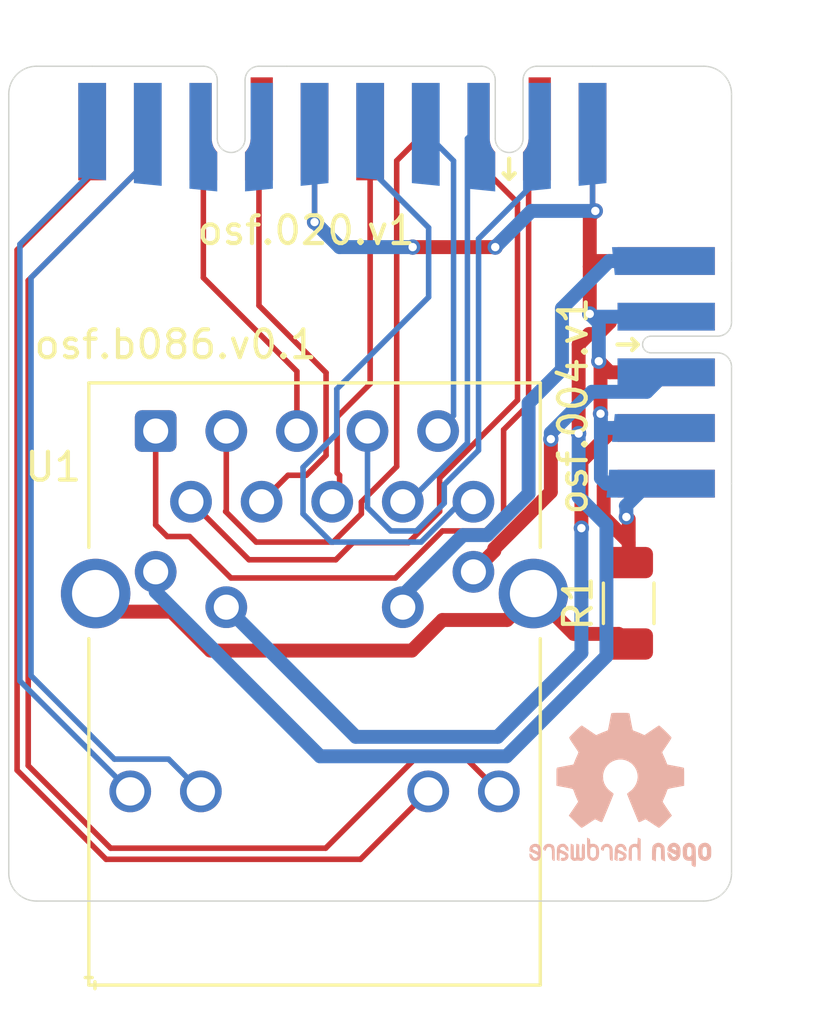
<source format=kicad_pcb>
(kicad_pcb (version 20211014) (generator pcbnew)
  (layers (0 "F.Cu" signal) (31 "B.Cu" signal) (34 "B.Paste" user) (35 "F.Paste" user) (36 "B.SilkS" user "B.Silkscreen") (37 "F.SilkS" user "F.Silkscreen") (38 "B.Mask" user) (39 "F.Mask" user) (44 "Edge.Cuts" user))
  (net 0 "")
  (net 1 "/TRD0_P")
  (net 2 "/TRD0_N")
  (net 3 "/TRD2_N")
  (net 4 "/TRD2_P")
  (net 5 "/TRD3_N")
  (net 6 "/TRD3_P")
  (net 7 "GND")
  (net 8 "/TRD1_N")
  (net 9 "/TRD1_P")
  (net 11 "Net-(J1-Pad19)")
  (net 13 "Net-(J1-Pad9)")
  (net 14 "Net-(J1-Pad8)")
  (net 15 "Net-(J1-Pad7)")
  (net 16 "Net-(J1-Pad20)")
  (net 17 "Net-(J1-Pad10)")
  (net 18 "/TR0_TAP")
  (net 19 "/TR1_TAP")
  (net 20 "/TR2_TAP")
  (net 21 "/TR3_TAP")
  (net 22 "Net-(R1-Pad1)")
  (footprint "on_edge:on_edge_2x10_device" (layer "F.Cu") (at 67 136 180)
    (fp_text reference "J1")
    (fp_text value "020_1000BASE-T_with_CT")
    (fp_line (start 7 0) (end 8 0) (layer "Edge.Cuts") (width 0.05))
    (fp_line (start -4 0) (end -2 0) (layer "Edge.Cuts") (width 0.05))
    (fp_line (start 10 0) (end 14 0) (layer "Edge.Cuts") (width 0.05))
    (fp_line (start 9.5 -0.5) (end 9.5 -2.6) (layer "Edge.Cuts") (width 0.05))
    (fp_line (start -0.5 -0.5) (end -0.5 -2.6) (layer "Edge.Cuts") (width 0.05))
    (fp_line (start 0 0) (end 7 0) (layer "Edge.Cuts") (width 0.05))
    (fp_line (start -1.5 -2.6) (end -1.5 -0.5) (layer "Edge.Cuts") (width 0.05))
    (fp_line (start 8.5 -2.6) (end 8.5 -0.5) (layer "Edge.Cuts") (width 0.05))
    (fp_arc (start -1.5 -2.6) (mid -1 -3.1) (end -0.5 -2.6) (layer "Edge.Cuts") (width 0.05))
    (fp_arc (start 8.5 -0.5) (mid 8.353553 -0.146447) (end 8 0) (layer "Edge.Cuts") (width 0.05))
    (fp_arc (start 8.5 -2.6) (mid 9 -3.1) (end 9.5 -2.6) (layer "Edge.Cuts") (width 0.05))
    (fp_arc (start -1.5 -0.5) (mid -1.646447 -0.146447) (end -2 0) (layer "Edge.Cuts") (width 0.05))
    (fp_arc (start 10 0) (mid 9.646447 -0.146447) (end 9.5 -0.5) (layer "Edge.Cuts") (width 0.05))
    (fp_arc (start 0 0) (mid -0.353553 -0.146447) (end -0.5 -0.5) (layer "Edge.Cuts") (width 0.05))
    (pad "1" smd rect locked (at -4 -2.35) (size 1 3.5) (layers "F.Cu" "F.Mask") (net 7 "GND"))
    (pad "2" smd custom locked (at -2 -3.6 180) (size 1 1) (layers "F.Cu" "F.Mask") (net 1 "/TRD0_P") (options (clearance outline) (anchor rect)) (primitives (gr_poly (pts (xy 0.3 1) (xy 0.31 0.89) (xy 0.33 0.81) (xy 0.35 0.75) (xy 0.37 0.7) (xy 0.4 0.65) (xy 0.44 0.59) (xy 0.48 0.54) (xy 0.5 0.52) (xy 0.5 -0.5) (xy -0.5 -0.5) (xy -0.5 3.2) (xy 0.3 3.2)) (width 0) (fill yes))))
    (pad "3" smd custom locked (at 0 -3.6 180) (size 1 1) (layers "F.Cu" "F.Mask") (net 2 "/TRD0_N") (options (clearance outline) (anchor rect)) (primitives (gr_poly (pts (xy -0.3 1) (xy -0.31 0.89) (xy -0.33 0.81) (xy -0.35 0.75) (xy -0.37 0.7) (xy -0.4 0.65) (xy -0.44 0.59) (xy -0.48 0.54) (xy -0.5 0.52) (xy -0.5 -0.5) (xy 0.5 -0.5) (xy 0.5 3) (xy -0.3 3)) (width 0) (fill yes))))
    (pad "4" smd rect locked (at 2 -2.35) (size 1 3.5) (layers "F.Cu" "F.Mask") (net 9 "/TRD1_P"))
    (pad "5" smd rect locked (at 4 -2.35) (size 1 3.5) (layers "F.Cu" "F.Mask") (net 8 "/TRD1_N"))
    (pad "6" smd rect locked (at 6 -2.35) (size 1 3.5) (layers "F.Cu" "F.Mask") (net 7 "GND"))
    (pad "7" smd custom locked (at 8 -3.6 180) (size 1 1) (layers "F.Cu" "F.Mask") (net 15 "Net-(J1-Pad7)") (options (clearance outline) (anchor rect)) (primitives (gr_poly (pts (xy 0.3 1) (xy 0.31 0.89) (xy 0.33 0.81) (xy 0.35 0.75) (xy 0.37 0.7) (xy 0.4 0.65) (xy 0.44 0.59) (xy 0.48 0.54) (xy 0.5 0.52) (xy 0.5 -0.5) (xy -0.5 -0.5) (xy -0.5 3.2) (xy 0.3 3.2)) (width 0) (fill yes))))
    (pad "8" smd custom locked (at 10 -3.6 180) (size 1 1) (layers "F.Cu" "F.Mask") (net 14 "Net-(J1-Pad8)") (options (clearance outline) (anchor rect)) (primitives (gr_poly (pts (xy -0.3 1) (xy -0.31 0.89) (xy -0.33 0.81) (xy -0.35 0.75) (xy -0.37 0.7) (xy -0.4 0.65) (xy -0.44 0.59) (xy -0.48 0.54) (xy -0.5 0.52) (xy -0.5 -0.5) (xy 0.5 -0.5) (xy 0.5 3) (xy -0.3 3)) (width 0) (fill yes))))
    (pad "9" smd rect locked (at 12 -2.35) (size 1 3.5) (layers "F.Cu" "F.Mask") (net 13 "Net-(J1-Pad9)"))
    (pad "10" smd rect locked (at 14 -2.35) (size 1 3.5) (layers "F.Cu" "F.Mask") (net 17 "Net-(J1-Pad10)"))
    (pad "11" smd custom locked (at -4 -2.4 180) (size 1 3.6) (layers "B.Cu" "B.Mask") (net 7 "GND") (options (clearance outline) (anchor rect)) (primitives (gr_poly (pts (xy 0.5 -1.8) (xy 0.5 -1.9) (xy -0.5 -1.8)) (width 0) (fill yes))))
    (pad "12" smd custom locked (at -2 -2.1 180) (size 0.4 0.4) (layers "B.Cu" "B.Mask") (net 4 "/TRD2_P") (options (clearance outline) (anchor rect)) (primitives (gr_poly (pts (xy 0.3 -0.51) (xy 0.31 -0.62) (xy 0.33 -0.7) (xy 0.35 -0.76) (xy 0.37 -0.81) (xy 0.4 -0.86) (xy 0.44 -0.92) (xy 0.48 -0.97) (xy 0.5 -0.99) (xy 0.5 -2.4) (xy -0.5 -2.3) (xy -0.5 1.5) (xy 0.3 1.5)) (width 0) (fill yes))))
    (pad "13" smd custom locked (at 0 -2.1 180) (size 0.4 0.4) (layers "B.Cu" "B.Mask") (net 3 "/TRD2_N") (options (clearance outline) (anchor rect)) (primitives (gr_poly (pts (xy -0.3 -0.51) (xy -0.31 -0.62) (xy -0.33 -0.7) (xy -0.35 -0.76) (xy -0.37 -0.81) (xy -0.4 -0.86) (xy -0.44 -0.92) (xy -0.48 -0.97) (xy -0.5 -0.99) (xy -0.5 -2.4) (xy 0.5 -2.3) (xy 0.5 1.5) (xy -0.3 1.5)) (width 0) (fill yes))))
    (pad "14" smd custom locked (at 2 -2.4 180) (size 1 3.6) (layers "B.Cu" "B.Mask") (net 6 "/TRD3_P") (options (clearance outline) (anchor rect)) (primitives (gr_poly (pts (xy -0.5 -1.8) (xy -0.5 -1.9) (xy 0.5 -1.8)) (width 0) (fill yes))))
    (pad "15" smd custom locked (at 4 -2.3 180) (size 1 3.4) (layers "B.Cu" "B.Mask") (net 5 "/TRD3_N") (options (clearance outline) (anchor rect)) (primitives (gr_poly (pts (xy -0.5 -1.7) (xy -0.5 -1.8) (xy 0.5 -1.7)) (width 0) (fill yes))))
    (pad "16" smd custom locked (at 6 -2.4 180) (size 1 3.6) (layers "B.Cu" "B.Mask") (net 7 "GND") (options (clearance outline) (anchor rect)) (primitives (gr_poly (pts (xy 0.5 -1.8) (xy 0.5 -1.9) (xy -0.5 -1.8)) (width 0) (fill yes))))
    (pad "17" smd custom locked (at 8 -2.1 180) (size 0.4 0.4) (layers "B.Cu" "B.Mask") (options (clearance outline) (anchor rect)) (primitives (gr_poly (pts (xy 0.3 -0.51) (xy 0.31 -0.62) (xy 0.33 -0.7) (xy 0.35 -0.76) (xy 0.37 -0.81) (xy 0.4 -0.86) (xy 0.44 -0.92) (xy 0.48 -0.97) (xy 0.5 -0.99) (xy 0.5 -2.4) (xy -0.5 -2.3) (xy -0.5 1.5) (xy 0.3 1.5)) (width 0) (fill yes))))
    (pad "18" smd custom locked (at 10 -2.1 180) (size 0.4 0.4) (layers "B.Cu" "B.Mask") (options (clearance outline) (anchor rect)) (primitives (gr_poly (pts (xy -0.3 -0.51) (xy -0.31 -0.62) (xy -0.33 -0.7) (xy -0.35 -0.76) (xy -0.37 -0.81) (xy -0.4 -0.86) (xy -0.44 -0.92) (xy -0.48 -0.97) (xy -0.5 -0.99) (xy -0.5 -2.4) (xy 0.5 -2.3) (xy 0.5 1.5) (xy -0.3 1.5)) (width 0) (fill yes))))
    (pad "19" smd custom locked (at 12 -2.4 180) (size 1 3.6) (layers "B.Cu" "B.Mask") (net 11 "Net-(J1-Pad19)") (options (clearance outline) (anchor rect)) (primitives (gr_poly (pts (xy -0.5 -1.8) (xy -0.5 -1.9) (xy 0.5 -1.8)) (width 0) (fill yes))))
    (pad "20" smd custom locked (at 14 -2.3 180) (size 1 3.4) (layers "B.Cu" "B.Mask") (net 16 "Net-(J1-Pad20)") (options (clearance outline) (anchor rect)) (primitives (gr_poly (pts (xy -0.5 -1.7) (xy -0.5 -1.8) (xy 0.5 -1.7)) (width 0) (fill yes))))
  )
  (footprint "on_edge:on_edge_2x05_host" (layer "F.Cu") (at 76 147 -90)
    (fp_text reference "J2")
    (fp_text value "004_BASE-T_CT")
    (fp_line (start -1.3 0.5) (end -1.3 2.9) (layer "Edge.Cuts") (width 0.05))
    (fp_line (start -0.7 2.9) (end -0.7 0.5) (layer "Edge.Cuts") (width 0.05))
    (fp_line (start -0.2 0) (end 4 0) (layer "Edge.Cuts") (width 0.05))
    (fp_line (start -4 0) (end -1.8 0) (layer "Edge.Cuts") (width 0.05))
    (fp_arc (start -0.7 0.5) (mid -0.553553 0.146447) (end -0.2 0) (layer "Edge.Cuts") (width 0.05))
    (fp_arc (start -0.7 2.9) (mid -1 3.2) (end -1.3 2.9) (layer "Edge.Cuts") (width 0.05))
    (fp_arc (start -1.8 0) (mid -1.446447 0.146447) (end -1.3 0.5) (layer "Edge.Cuts") (width 0.05))
    (pad "1" smd rect (at -4 2.35 270) (size 1 3.5) (layers "F.Cu" "F.Mask") (net 7 "GND"))
    (pad "2" smd rect (at -2 2.35 270) (size 1 3.5) (layers "F.Cu" "F.Mask") (net 18 "/TR0_TAP"))
    (pad "3" smd rect (at 0 2.35 270) (size 1 3.5) (layers "F.Cu" "F.Mask") (net 7 "GND"))
    (pad "4" smd rect (at 2 2.35 270) (size 1 3.5) (layers "F.Cu" "F.Mask") (net 19 "/TR1_TAP"))
    (pad "5" smd rect (at 4 2.35 270) (size 1 3.5) (layers "F.Cu" "F.Mask") (net 7 "GND"))
    (pad "6" smd custom (at -4 2.4 90) (size 1 3.6) (layers "B.Cu" "B.Mask") (net 20 "/TR2_TAP") (options (clearance outline) (anchor rect)) (primitives (gr_poly (pts (xy 0.5 -1.8) (xy -0.5 -1.8) (xy 0.5 -1.9)) (width 0) (fill yes))))
    (pad "7" smd rect (at -2 2.35 90) (size 1 3.5) (layers "B.Cu" "B.Mask") (net 7 "GND"))
    (pad "8" smd rect (at 0 2.35 90) (size 1 3.5) (layers "B.Cu" "B.Mask") (net 21 "/TR3_TAP"))
    (pad "9" smd custom (at 2 2.4 90) (size 1 3.6) (layers "B.Cu" "B.Mask") (net 7 "GND") (options (clearance outline) (anchor rect)) (primitives (gr_poly (pts (xy 0.5 -1.8) (xy -0.5 -1.8) (xy -0.5 -1.9)) (width 0) (fill yes))))
    (pad "10" smd custom (at 4 2.5 90) (size 1 3.8) (layers "B.Cu" "B.Mask") (net 7 "GND") (options (clearance outline) (anchor rect)) (primitives (gr_poly (pts (xy 0.5 -1.9) (xy -0.5 -1.9) (xy -0.5 -2)) (width 0) (fill yes))))
  )
  (footprint "parts:TRJG0926HENL" (layer "F.Cu") (at 61 158)
    (fp_text reference "U1" (at -9.4 -7.6) (layer "F.SilkS"))
    (fp_text value "MagJack-A70-112-331N126")
    (pad "" np_thru_hole circle locked (at -5.715 0) (size 3.2 3.2) (drill 3.2) (layers *.Cu *.Mask))
    (pad "" np_thru_hole circle locked (at 5.715 0) (size 3.2 3.2) (drill 3.2) (layers *.Cu *.Mask))
    (pad "1" thru_hole roundrect locked (at -5.715 -8.89) (size 1.5 1.5) (drill 0.9) (layers *.Cu *.Mask) (roundrect_rratio 0.167) (net 1 "/TRD0_P"))
    (pad "2" thru_hole circle locked (at -4.445 -6.35) (size 1.5 1.5) (drill 0.9) (layers *.Cu *.Mask) (net 2 "/TRD0_N"))
    (pad "3" thru_hole circle locked (at -3.175 -8.89) (size 1.5 1.5) (drill 0.9) (layers *.Cu *.Mask) (net 9 "/TRD1_P"))
    (pad "4" thru_hole circle locked (at -1.905 -6.35) (size 1.5 1.5) (drill 0.9) (layers *.Cu *.Mask) (net 15 "Net-(J1-Pad7)"))
    (pad "5" thru_hole circle locked (at -0.635 -8.89) (size 1.5 1.5) (drill 0.9) (layers *.Cu *.Mask) (net 14 "Net-(J1-Pad8)"))
    (pad "6" thru_hole circle locked (at 0.635 -6.35 90) (size 1.5 1.5) (drill 0.9) (layers *.Cu *.Mask) (net 8 "/TRD1_N"))
    (pad "7" thru_hole circle locked (at 1.905 -8.89) (size 1.5 1.5) (drill 0.9) (layers *.Cu *.Mask) (net 4 "/TRD2_P"))
    (pad "8" thru_hole circle locked (at 3.175 -6.35) (size 1.5 1.5) (drill 0.9) (layers *.Cu *.Mask) (net 3 "/TRD2_N"))
    (pad "9" thru_hole circle locked (at 4.445 -8.89) (size 1.5 1.5) (drill 0.9) (layers *.Cu *.Mask) (net 6 "/TRD3_P"))
    (pad "10" thru_hole circle locked (at 5.715 -6.35) (size 1.5 1.5) (drill 0.9) (layers *.Cu *.Mask) (net 5 "/TRD3_N"))
    (pad "11" thru_hole circle locked (at -5.715 -3.83) (size 1.5 1.5) (drill 0.9) (layers *.Cu *.Mask) (net 18 "/TR0_TAP"))
    (pad "12" thru_hole circle locked (at -3.175 -2.56) (size 1.5 1.5) (drill 0.9) (layers *.Cu *.Mask) (net 19 "/TR1_TAP"))
    (pad "13" thru_hole circle locked (at 3.175 -2.56) (size 1.5 1.5) (drill 0.9) (layers *.Cu *.Mask) (net 20 "/TR2_TAP"))
    (pad "14" thru_hole circle locked (at 5.715 -3.83) (size 1.5 1.5) (drill 0.9) (layers *.Cu *.Mask) (net 21 "/TR3_TAP"))
    (pad "15" thru_hole circle locked (at -6.63 4.06) (size 1.5 1.5) (drill 1.02) (layers *.Cu *.Mask) (net 16 "Net-(J1-Pad20)"))
    (pad "16" thru_hole circle locked (at -4.09 4.06) (size 1.5 1.5) (drill 1.02) (layers *.Cu *.Mask) (net 11 "Net-(J1-Pad19)"))
    (pad "17" thru_hole circle locked (at 4.09 4.06) (size 1.5 1.5) (drill 1.02) (layers *.Cu *.Mask) (net 17 "Net-(J1-Pad10)"))
    (pad "18" thru_hole circle locked (at 6.63 4.06) (size 1.5 1.5) (drill 1.02) (layers *.Cu *.Mask) (net 13 "Net-(J1-Pad9)"))
    (pad "19" thru_hole circle locked (at -7.875 -3.05) (size 2.5 2.5) (drill 1.7) (layers *.Cu *.Mask) (net 22 "Net-(R1-Pad1)"))
    (pad "20" thru_hole circle locked (at 7.875 -3.05) (size 2.5 2.5) (drill 1.7) (layers *.Cu *.Mask) (net 22 "Net-(R1-Pad1)"))
  )
  (footprint "Resistor_SMD:R_1206_3216Metric" (layer "F.Cu") (at 72.3 155.3 90)
    (fp_text reference "R1" (at 0 -1.82 90) (layer "F.SilkS"))
    (fp_text value "d.n.p")
    (pad "1" smd roundrect (at -1.4625 0 90) (size 1.125 1.75) (layers "F.Cu" "F.Paste" "F.Mask") (roundrect_rratio 0.222222) (net 22 "Net-(R1-Pad1)"))
    (pad "2" smd roundrect (at 1.4625 0 90) (size 1.125 1.75) (layers "F.Cu" "F.Paste" "F.Mask") (roundrect_rratio 0.222222) (net 7 "GND"))
  )
  (footprint "Symbol:OSHW-Logo2_7.3x6mm_SilkScreen" (layer "B.Cu") (at 72 162 180)
    (fp_text reference "l1" hide)
    (fp_text value "Logo_Open_Hardware_Larg" hide)
  )
  (gr_arc (start 51 166) (mid 50.292893 165.707107) (end 50 165) (layer "Edge.Cuts") (width 0.05))
  (gr_arc (start 75 136) (mid 75.707107 136.292893) (end 76 137) (layer "Edge.Cuts") (width 0.05))
  (gr_arc (start 76 165) (mid 75.707107 165.707107) (end 75 166) (layer "Edge.Cuts") (width 0.05))
  (gr_arc (start 50 137) (mid 50.292893 136.292893) (end 51 136) (layer "Edge.Cuts") (width 0.05))
  (gr_line (start 51 136) (end 53 136) (layer "Edge.Cuts") (width 0.05))
  (gr_line (start 76 137) (end 76 143) (layer "Edge.Cuts") (width 0.05))
  (gr_line (start 76 165) (end 76 151) (layer "Edge.Cuts") (width 0.05))
  (gr_line (start 71 136) (end 75 136) (layer "Edge.Cuts") (width 0.05))
  (gr_line (start 75 166) (end 51 166) (layer "Edge.Cuts") (width 0.05))
  (gr_line (start 50 137) (end 50 165) (layer "Edge.Cuts") (width 0.05))
  (gr_text "osf.004.v1" (at 70.3 148.2 90) (layer "F.SilkS") (effects (font (size 1 1))))
  (gr_text "osf.b086.v0.1" (at 56 146) (layer "F.SilkS") (effects (font (size 1 1))))
  (gr_text "osf.020.v1" (at 60.7 141.9) (layer "F.SilkS") (effects (font (size 1 1))))
  (segment (start 63.909511 154.390489) (end 57.990489 154.390489) (width 0.2) (layer "F.Cu") (net 1))
  (segment (start 56.5 152.9) (end 55.7 152.9) (width 0.2) (layer "F.Cu") (net 1))
  (segment (start 69 139.6) (end 68.7 139.9) (width 0.2) (layer "F.Cu") (net 1))
  (segment (start 67.8 152.049234) (end 67.149723 152.699511) (width 0.2) (layer "F.Cu") (net 1))
  (segment (start 55.285 152.485) (end 55.285 149.11) (width 0.2) (layer "F.Cu") (net 1))
  (segment (start 55.7 152.9) (end 55.285 152.485) (width 0.2) (layer "F.Cu") (net 1))
  (segment (start 67.149723 152.699511) (end 65.600489 152.699511) (width 0.2) (layer "F.Cu") (net 1))
  (segment (start 68.7 148.165006) (end 67.8 149.065006) (width 0.2) (layer "F.Cu") (net 1))
  (segment (start 65.600489 152.699511) (end 63.909511 154.390489) (width 0.2) (layer "F.Cu") (net 1))
  (segment (start 67.8 149.065006) (end 67.8 152.049234) (width 0.2) (layer "F.Cu") (net 1))
  (segment (start 57.990489 154.390489) (end 56.5 152.9) (width 0.2) (layer "F.Cu") (net 1))
  (segment (start 68.7 139.9) (end 68.7 148.165006) (width 0.2) (layer "F.Cu") (net 1))
  (segment (start 61.764723 153.735277) (end 62.379511 153.120489) (width 0.2) (layer "F.Cu") (net 2))
  (segment (start 56.555 151.65) (end 58.640277 153.735277) (width 0.2) (layer "F.Cu") (net 2))
  (segment (start 65.5 150.8) (end 68.30048 147.99952) (width 0.2) (layer "F.Cu") (net 2))
  (segment (start 68.30048 140.90048) (end 67 139.6) (width 0.2) (layer "F.Cu") (net 2))
  (segment (start 62.379511 153.120489) (end 64.379511 153.120489) (width 0.2) (layer "F.Cu") (net 2))
  (segment (start 64.379511 153.120489) (end 65.5 152) (width 0.2) (layer "F.Cu") (net 2))
  (segment (start 65.5 152) (end 65.5 150.8) (width 0.2) (layer "F.Cu") (net 2))
  (segment (start 58.640277 153.735277) (end 61.764723 153.735277) (width 0.2) (layer "F.Cu") (net 2))
  (segment (start 68.30048 147.99952) (end 68.30048 140.90048) (width 0.2) (layer "F.Cu") (net 2))
  (segment (start 64.175 151.65) (end 64.389234 151.65) (width 0.2) (layer "B.Cu") (net 3))
  (segment (start 66.5 149.539234) (end 66.5 138.6) (width 0.2) (layer "B.Cu") (net 3))
  (segment (start 64.389234 151.65) (end 66.5 149.539234) (width 0.2) (layer "B.Cu") (net 3))
  (segment (start 66.5 138.6) (end 67 138.1) (width 0.2) (layer "B.Cu") (net 3))
  (segment (start 69 140.1) (end 69 138.1) (width 0.2) (layer "B.Cu") (net 4))
  (segment (start 62.905 149.11) (end 62.905 151.864234) (width 0.2) (layer "B.Cu") (net 4))
  (segment (start 65.665489 151.034511) (end 66.89952 149.80048) (width 0.2) (layer "B.Cu") (net 4))
  (segment (start 66.89952 149.80048) (end 66.89952 142.20048) (width 0.2) (layer "B.Cu") (net 4))
  (segment (start 66.89952 142.20048) (end 69 140.1) (width 0.2) (layer "B.Cu") (net 4))
  (segment (start 65.665489 151.7) (end 65.665489 151.034511) (width 0.2) (layer "B.Cu") (net 4))
  (segment (start 63.740277 152.699511) (end 64.665978 152.699511) (width 0.2) (layer "B.Cu") (net 4))
  (segment (start 64.665978 152.699511) (end 65.665489 151.7) (width 0.2) (layer "B.Cu") (net 4))
  (segment (start 62.905 151.864234) (end 63.740277 152.699511) (width 0.2) (layer "B.Cu") (net 4))
  (segment (start 60.585489 152.084723) (end 60.585489 150.414511) (width 0.2) (layer "B.Cu") (net 5))
  (segment (start 61.8 149.2) (end 61.8 147.6) (width 0.2) (layer "B.Cu") (net 5))
  (segment (start 61.599796 153.09903) (end 60.585489 152.084723) (width 0.2) (layer "B.Cu") (net 5))
  (segment (start 64.83347 153.09903) (end 61.599796 153.09903) (width 0.2) (layer "B.Cu") (net 5))
  (segment (start 66.715 151.65) (end 66.2825 151.65) (width 0.2) (layer "B.Cu") (net 5))
  (segment (start 66.2825 151.65) (end 64.83347 153.09903) (width 0.2) (layer "B.Cu") (net 5))
  (segment (start 63 139.7) (end 63 138.3) (width 0.2) (layer "B.Cu") (net 5))
  (segment (start 60.585489 150.414511) (end 61.8 149.2) (width 0.2) (layer "B.Cu") (net 5))
  (segment (start 65.103522 144.296478) (end 65.103522 141.803522) (width 0.2) (layer "B.Cu") (net 5))
  (segment (start 61.8 147.6) (end 65.103522 144.296478) (width 0.2) (layer "B.Cu") (net 5))
  (segment (start 65.103522 141.803522) (end 63 139.7) (width 0.2) (layer "B.Cu") (net 5))
  (segment (start 65.445 149.11) (end 66 148.555) (width 0.2) (layer "B.Cu") (net 6))
  (segment (start 66 139.4) (end 65 138.4) (width 0.2) (layer "B.Cu") (net 6))
  (segment (start 66 148.555) (end 66 139.4) (width 0.2) (layer "B.Cu") (net 6))
  (segment (start 72.3 153.8375) (end 72.3 152.280321) (width 0.5) (layer "F.Cu") (net 7))
  (segment (start 71.4 151.1) (end 71.5 151) (width 0.5) (layer "F.Cu") (net 7))
  (segment (start 71.6245 147) (end 71.2245 146.6) (width 0.5) (layer "F.Cu") (net 7))
  (segment (start 70.9 144.9) (end 70.9 143.2) (width 0.5) (layer "F.Cu") (net 7))
  (segment (start 73.65 143) (end 71.1 143) (width 0.5) (layer "F.Cu") (net 7))
  (segment (start 61 141.6) (end 61 138.35) (width 0.2) (layer "F.Cu") (net 7))
  (segment (start 71.287701 146.663201) (end 71.2245 146.6) (width 0.5) (layer "F.Cu") (net 7))
  (segment (start 71.1 143) (end 70.9 143.2) (width 0.5) (layer "F.Cu") (net 7))
  (segment (start 73.65 147) (end 71.6245 147) (width 0.5) (layer "F.Cu") (net 7))
  (segment (start 71.4 152.2) (end 71.4 151.1) (width 0.5) (layer "F.Cu") (net 7))
  (segment (start 71.5 151) (end 73.65 151) (width 0.5) (layer "F.Cu") (net 7))
  (segment (start 72.3 153.1) (end 71.4 152.2) (width 0.5) (layer "F.Cu") (net 7))
  (segment (start 71 141.1) (end 71.1 141.2) (width 0.2) (layer "F.Cu") (net 7))
  (segment (start 70.9 141.4) (end 71.1 141.2) (width 0.5) (layer "F.Cu") (net 7))
  (segment (start 70.9 143.2) (end 70.9 141.4) (width 0.5) (layer "F.Cu") (net 7))
  (segment (start 67.5 142.5) (end 64.529011 142.5) (width 0.5) (layer "F.Cu") (net 7))
  (segment (start 72.3 152.280321) (end 72.217219 152.19754) (width 0.5) (layer "F.Cu") (net 7))
  (segment (start 71 138.35) (end 71 141.1) (width 0.2) (layer "F.Cu") (net 7))
  (segment (start 71.287701 148.487701) (end 71.287701 146.663201) (width 0.5) (layer "F.Cu") (net 7))
  (segment (start 72.3 153.8375) (end 72.3 153.1) (width 0.5) (layer "F.Cu") (net 7))
  (via (at 71.2245 146.6) (size 0.55) (drill 0.3) (layers "F.Cu" "B.Cu") (net 7))
  (via (at 70.9 144.9) (size 0.55) (drill 0.3) (layers "F.Cu" "B.Cu") (net 7))
  (via (at 61 141.6) (size 0.55) (drill 0.3) (layers "F.Cu" "B.Cu") (net 7))
  (via (at 71.287701 148.487701) (size 0.55) (drill 0.3) (layers "F.Cu" "B.Cu") (net 7))
  (via (at 64.529011 142.5) (size 0.55) (drill 0.3) (layers "F.Cu" "B.Cu") (net 7))
  (via (at 67.5 142.5) (size 0.55) (drill 0.3) (layers "F.Cu" "B.Cu") (net 7))
  (via (at 71.1 141.2) (size 0.55) (drill 0.3) (layers "F.Cu" "B.Cu") (net 7))
  (via (at 72.217219 152.19754) (size 0.55) (drill 0.3) (layers "F.Cu" "B.Cu") (net 7))
  (segment (start 73.65 145) (end 71 145) (width 0.5) (layer "B.Cu") (net 7))
  (segment (start 71.3 150.8) (end 71.5 151) (width 0.5) (layer "B.Cu") (net 7))
  (segment (start 64.529011 142.5) (end 61.9 142.5) (width 0.5) (layer "B.Cu") (net 7))
  (segment (start 61.9 142.5) (end 61 141.6) (width 0.5) (layer "B.Cu") (net 7))
  (segment (start 71.1 141.2) (end 71 141.1) (width 0.2) (layer "B.Cu") (net 7))
  (segment (start 61 138.4) (end 61 141.6) (width 0.2) (layer "B.Cu") (net 7))
  (segment (start 71 145) (end 70.9 144.9) (width 0.5) (layer "B.Cu") (net 7))
  (segment (start 68.8 141.2) (end 67.5 142.5) (width 0.5) (layer "B.Cu") (net 7))
  (segment (start 71.2245 146.6) (end 71.2245 145.2245) (width 0.5) (layer "B.Cu") (net 7))
  (segment (start 73.6 149) (end 71.3 149) (width 0.5) (layer "B.Cu") (net 7))
  (segment (start 71 141.1) (end 71 138.4) (width 0.2) (layer "B.Cu") (net 7))
  (segment (start 72.217219 152.19754) (end 72.217219 151.817219) (width 0.5) (layer "B.Cu") (net 7))
  (segment (start 71.5 151) (end 73.5 151) (width 0.5) (layer "B.Cu") (net 7))
  (segment (start 71.3 149) (end 71.3 150.8) (width 0.5) (layer "B.Cu") (net 7))
  (segment (start 72.2 151.8) (end 73 151) (width 0.5) (layer "B.Cu") (net 7))
  (segment (start 71.2245 145.2245) (end 70.9 144.9) (width 0.5) (layer "B.Cu") (net 7))
  (segment (start 71.1 141.2) (end 68.8 141.2) (width 0.5) (layer "B.Cu") (net 7))
  (segment (start 73 151) (end 73.5 151) (width 0.5) (layer "B.Cu") (net 7))
  (segment (start 71.3 149) (end 71.3 148.5) (width 0.5) (layer "B.Cu") (net 7))
  (segment (start 71.3 148.5) (end 71.287701 148.487701) (width 0.5) (layer "B.Cu") (net 7))
  (segment (start 72.217219 151.817219) (end 72.2 151.8) (width 0.5) (layer "B.Cu") (net 7))
  (segment (start 61.9 151.385) (end 61.635 151.65) (width 0.2) (layer "F.Cu") (net 8))
  (segment (start 63 147.414031) (end 61.814031 148.6) (width 0.2) (layer "F.Cu") (net 8))
  (segment (start 61.9 150.7) (end 61.9 151.385) (width 0.2) (layer "F.Cu") (net 8))
  (segment (start 61.814031 148.6) (end 61.814031 150.614031) (width 0.2) (layer "F.Cu") (net 8))
  (segment (start 61.814031 150.614031) (end 61.9 150.7) (width 0.2) (layer "F.Cu") (net 8))
  (segment (start 63 138.35) (end 63 147.414031) (width 0.2) (layer "F.Cu") (net 8))
  (segment (start 62.684511 152.084723) (end 61.669234 153.1) (width 0.2) (layer "F.Cu") (net 9))
  (segment (start 65 138.35) (end 63.954511 139.395489) (width 0.2) (layer "F.Cu") (net 9))
  (segment (start 63.954511 139.395489) (end 63.954511 150.386255) (width 0.2) (layer "F.Cu") (net 9))
  (segment (start 57.8 152) (end 57.825 151.975) (width 0.2) (layer "F.Cu") (net 9))
  (segment (start 61.669234 153.1) (end 58.9 153.1) (width 0.2) (layer "F.Cu") (net 9))
  (segment (start 63.954511 150.386255) (end 62.684511 151.656255) (width 0.2) (layer "F.Cu") (net 9))
  (segment (start 62.684511 151.656255) (end 62.684511 152.084723) (width 0.2) (layer "F.Cu") (net 9))
  (segment (start 58.9 153.1) (end 57.8 152) (width 0.2) (layer "F.Cu") (net 9))
  (segment (start 57.825 151.975) (end 57.825 149.11) (width 0.2) (layer "F.Cu") (net 9))
  (segment (start 55 139.4) (end 50.8 143.6) (width 0.2) (layer "B.Cu") (net 11))
  (segment (start 53.8 160.9) (end 55.75 160.9) (width 0.2) (layer "B.Cu") (net 11))
  (segment (start 55.75 160.9) (end 56.91 162.06) (width 0.2) (layer "B.Cu") (net 11))
  (segment (start 55 138.4) (end 55 139.4) (width 0.2) (layer "B.Cu") (net 11))
  (segment (start 50.8 157.9) (end 53.8 160.9) (width 0.2) (layer "B.Cu") (net 11))
  (segment (start 50.8 143.6) (end 50.8 157.9) (width 0.2) (layer "B.Cu") (net 11))
  (segment (start 61.39952 164.10048) (end 64.7 160.8) (width 0.2) (layer "F.Cu") (net 13))
  (segment (start 66.37 160.8) (end 67.63 162.06) (width 0.2) (layer "F.Cu") (net 13))
  (segment (start 50.69952 143.70048) (end 50.69952 161.134514) (width 0.2) (layer "F.Cu") (net 13))
  (segment (start 64.7 160.8) (end 66.37 160.8) (width 0.2) (layer "F.Cu") (net 13))
  (segment (start 50.69952 161.134514) (end 53.665486 164.10048) (width 0.2) (layer "F.Cu") (net 13))
  (segment (start 53.665486 164.10048) (end 61.39952 164.10048) (width 0.2) (layer "F.Cu") (net 13))
  (segment (start 55 138.35) (end 55 139.4) (width 0.2) (layer "F.Cu") (net 13))
  (segment (start 55 139.4) (end 50.69952 143.70048) (width 0.2) (layer "F.Cu") (net 13))
  (segment (start 60.365 146.965) (end 60.365 149.11) (width 0.2) (layer "F.Cu") (net 14))
  (segment (start 57 143.6) (end 60.365 146.965) (width 0.2) (layer "F.Cu") (net 14))
  (segment (start 57 139.6) (end 57 143.6) (width 0.2) (layer "F.Cu") (net 14))
  (segment (start 59 144.6) (end 61.414511 147.014511) (width 0.2) (layer "F.Cu") (net 15))
  (segment (start 61.414511 149.985489) (end 60.7 150.7) (width 0.2) (layer "F.Cu") (net 15))
  (segment (start 60.7 150.7) (end 60.045 150.7) (width 0.2) (layer "F.Cu") (net 15))
  (segment (start 59 139.6) (end 59 144.6) (width 0.2) (layer "F.Cu") (net 15))
  (segment (start 61.414511 147.014511) (end 61.414511 149.985489) (width 0.2) (layer "F.Cu") (net 15))
  (segment (start 60.045 150.7) (end 59.095 151.65) (width 0.2) (layer "F.Cu") (net 15))
  (segment (start 50.4 142.4) (end 50.4 158.09) (width 0.2) (layer "B.Cu") (net 16))
  (segment (start 53 139.8) (end 50.4 142.4) (width 0.2) (layer "B.Cu") (net 16))
  (segment (start 50.4 158.09) (end 54.37 162.06) (width 0.2) (layer "B.Cu") (net 16))
  (segment (start 53 138.3) (end 53 139.8) (width 0.2) (layer "B.Cu") (net 16))
  (segment (start 53 138.35) (end 53 139.9) (width 0.2) (layer "F.Cu") (net 17))
  (segment (start 53.5 164.5) (end 62.65 164.5) (width 0.2) (layer "F.Cu") (net 17))
  (segment (start 50.3 161.3) (end 53.5 164.5) (width 0.2) (layer "F.Cu") (net 17))
  (segment (start 62.65 164.5) (end 65.09 162.06) (width 0.2) (layer "F.Cu") (net 17))
  (segment (start 53 139.9) (end 50.3 142.6) (width 0.2) (layer "F.Cu") (net 17))
  (segment (start 50.3 142.6) (end 50.3 161.3) (width 0.2) (layer "F.Cu") (net 17))
  (segment (start 70.5 146) (end 70.5 149.2) (width 0.5) (layer "F.Cu") (net 18))
  (segment (start 71.200103 145.624511) (end 70.875489 145.624511) (width 0.5) (layer "F.Cu") (net 18))
  (segment (start 70.875489 145.624511) (end 70.5 146) (width 0.5) (layer "F.Cu") (net 18))
  (segment (start 73.65 145) (end 71.624511 145) (width 0.5) (layer "F.Cu") (net 18))
  (segment (start 71.624511 145.200103) (end 71.200103 145.624511) (width 0.5) (layer "F.Cu") (net 18))
  (segment (start 71.624511 145) (end 71.624511 145.200103) (width 0.5) (layer "F.Cu") (net 18))
  (via (at 70.5 149.2) (size 0.55) (drill 0.3) (layers "F.Cu" "B.Cu") (net 18))
  (segment (start 71.5 152.475386) (end 71.5 157.2) (width 0.5) (layer "B.Cu") (net 18))
  (segment (start 70.5 151.475386) (end 71.5 152.475386) (width 0.5) (layer "B.Cu") (net 18))
  (segment (start 67.900959 160.799041) (end 61.199041 160.799041) (width 0.5) (layer "B.Cu") (net 18))
  (segment (start 55.285 154.885) (end 55.285 154.17) (width 0.5) (layer "B.Cu") (net 18))
  (segment (start 70.5 149.2) (end 70.5 151.475386) (width 0.5) (layer "B.Cu") (net 18))
  (segment (start 71.5 157.2) (end 67.900959 160.799041) (width 0.5) (layer "B.Cu") (net 18))
  (segment (start 61.199041 160.799041) (end 55.285 154.885) (width 0.5) (layer "B.Cu") (net 18))
  (segment (start 71.8 149) (end 73.65 149) (width 0.5) (layer "F.Cu") (net 19))
  (segment (start 70.6 150.2) (end 71.8 149) (width 0.5) (layer "F.Cu") (net 19))
  (segment (start 70.6 152.6) (end 70.6 150.2) (width 0.5) (layer "F.Cu") (net 19))
  (via (at 70.6 152.6) (size 0.55) (drill 0.3) (layers "F.Cu" "B.Cu") (net 19))
  (segment (start 70.6 157.084172) (end 70.6 152.6) (width 0.5) (layer "B.Cu") (net 19))
  (segment (start 67.584651 160.099521) (end 70.6 157.084172) (width 0.5) (layer "B.Cu") (net 19))
  (segment (start 57.825 155.44) (end 62.484521 160.099521) (width 0.5) (layer "B.Cu") (net 19))
  (segment (start 62.484521 160.099521) (end 67.584651 160.099521) (width 0.5) (layer "B.Cu") (net 19))
  (segment (start 69.9 144.7) (end 71.6 143) (width 0.5) (layer "B.Cu") (net 20))
  (segment (start 68.7 148.1) (end 69.9 146.9) (width 0.5) (layer "B.Cu") (net 20))
  (segment (start 66.339123 152.849511) (end 67.211855 152.849511) (width 0.5) (layer "B.Cu") (net 20))
  (segment (start 71.6 143) (end 73.6 143) (width 0.5) (layer "B.Cu") (net 20))
  (segment (start 67.211855 152.849511) (end 68.7 151.361366) (width 0.5) (layer "B.Cu") (net 20))
  (segment (start 69.9 146.9) (end 69.9 144.7) (width 0.5) (layer "B.Cu") (net 20))
  (segment (start 64.175 155.44) (end 64.175 155.013634) (width 0.5) (layer "B.Cu") (net 20))
  (segment (start 68.7 151.361366) (end 68.7 148.1) (width 0.5) (layer "B.Cu") (net 20))
  (segment (start 64.175 155.013634) (end 66.339123 152.849511) (width 0.5) (layer "B.Cu") (net 20))
  (segment (start 67.465 153.42) (end 67.465 153.336688) (width 0.5) (layer "F.Cu") (net 21))
  (segment (start 67.465 153.336688) (end 69.5 151.301688) (width 0.5) (layer "F.Cu") (net 21))
  (segment (start 66.715 154.17) (end 67.465 153.42) (width 0.5) (layer "F.Cu") (net 21))
  (segment (start 69.5 151.301688) (end 69.5 149.4) (width 0.5) (layer "F.Cu") (net 21))
  (via (at 69.5 149.4) (size 0.55) (drill 0.3) (layers "F.Cu" "B.Cu") (net 21))
  (segment (start 72.95 147.7) (end 73.65 147) (width 0.5) (layer "B.Cu") (net 21))
  (segment (start 69.5 149.175386) (end 70.975386 147.7) (width 0.5) (layer "B.Cu") (net 21))
  (segment (start 69.5 149.4) (end 69.5 149.175386) (width 0.5) (layer "B.Cu") (net 21))
  (segment (start 70.975386 147.7) (end 72.95 147.7) (width 0.5) (layer "B.Cu") (net 21))
  (segment (start 57.254172 157) (end 55.854172 155.6) (width 0.5) (layer "F.Cu") (net 22))
  (segment (start 53.775 155.6) (end 53.125 154.95) (width 0.5) (layer "F.Cu") (net 22))
  (segment (start 67.924521 155.900479) (end 65.599521 155.900479) (width 0.5) (layer "F.Cu") (net 22))
  (segment (start 55.854172 155.6) (end 53.775 155.6) (width 0.5) (layer "F.Cu") (net 22))
  (segment (start 65.599521 155.900479) (end 64.5 157) (width 0.5) (layer "F.Cu") (net 22))
  (segment (start 64.5 157) (end 57.254172 157) (width 0.5) (layer "F.Cu") (net 22))
  (segment (start 68.875 154.95) (end 70.325 156.4) (width 0.5) (layer "F.Cu") (net 22))
  (segment (start 70.325 156.4) (end 71.9375 156.4) (width 0.5) (layer "F.Cu") (net 22))
  (segment (start 71.9375 156.4) (end 72.3 156.7625) (width 0.5) (layer "F.Cu") (net 22))
  (segment (start 68.875 154.95) (end 67.924521 155.900479) (width 0.5) (layer "F.Cu") (net 22))
)
</source>
